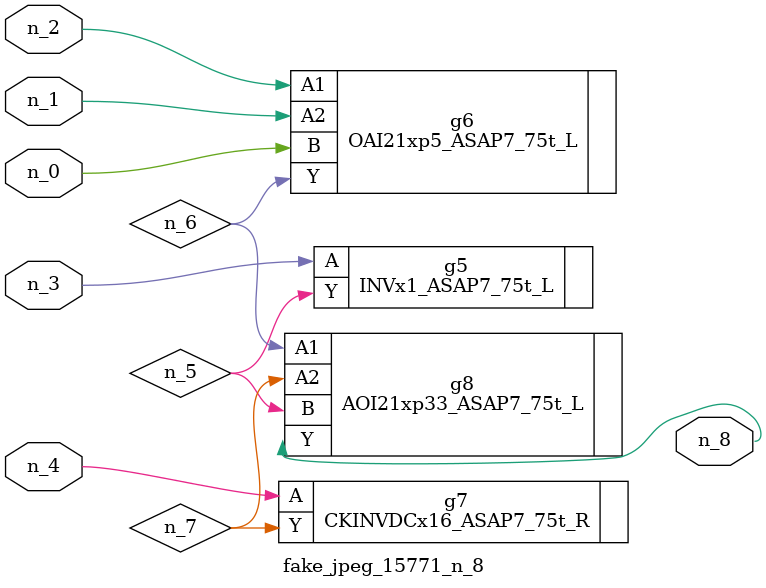
<source format=v>
module fake_jpeg_15771_n_8 (n_3, n_2, n_1, n_0, n_4, n_8);

input n_3;
input n_2;
input n_1;
input n_0;
input n_4;

output n_8;

wire n_6;
wire n_5;
wire n_7;

INVx1_ASAP7_75t_L g5 ( 
.A(n_3),
.Y(n_5)
);

OAI21xp5_ASAP7_75t_L g6 ( 
.A1(n_2),
.A2(n_1),
.B(n_0),
.Y(n_6)
);

CKINVDCx16_ASAP7_75t_R g7 ( 
.A(n_4),
.Y(n_7)
);

AOI21xp33_ASAP7_75t_L g8 ( 
.A1(n_6),
.A2(n_7),
.B(n_5),
.Y(n_8)
);


endmodule
</source>
